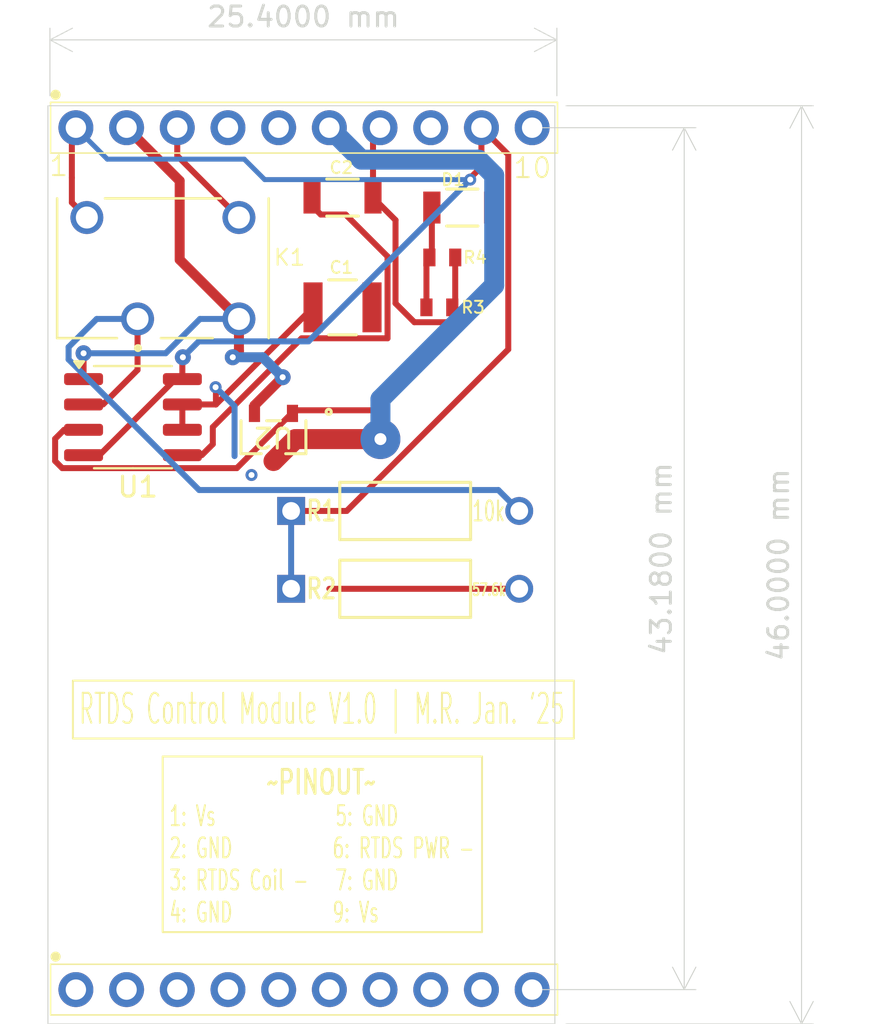
<source format=kicad_pcb>
(kicad_pcb (version 20240108) (generator "pcbnew") (generator_version "8.0")
  (layers (0 "F.Cu" signal) (31 "B.Cu" signal) (34 "B.Paste" user) (35 "F.Paste" user) (36 "B.SilkS" user "B.Silkscreen") (37 "F.SilkS" user "F.Silkscreen") (38 "B.Mask" user) (39 "F.Mask" user) (44 "Edge.Cuts" user))
  (net 0 "")
  (net 1 "Net-(U1-CV)")
  (net 2 "/GND")
  (net 3 "Net-(U1-TR)")
  (net 4 "/Vs")
  (net 5 "Net-(U1-DIS)")
  (net 6 "Net-(D1-K)")
  (net 7 "Net-(D1-A)")
  (net 10 "Net-(J1-Pad3)")
  (net 11 "Net-(U2-D)")
  (footprint "1k Resistor:STA_RMCF0603_STP-L" (layer "F.Cu") (at 69.16 31.9)
    (property "Reference" "R4" (at 1.64 0 0) (layer "F.SilkS") (effects (font (size 0.6 0.6) (thickness 0.1) (bold yes))))
    (property "Value" "1k")
    (pad "1" smd rect (at -0.6477 0) (size 0.6096 0.889) (layers "F.Cu" "F.Paste" "F.Mask") (net 6 "Net-(D1-K)"))
    (pad "2" smd rect (at 0.6477 0) (size 0.6096 0.889) (layers "F.Cu" "F.Paste" "F.Mask") (net 2 "/GND"))
  )
  (footprint "IRLML2060TRPBF:SOT23_INF" (layer "F.Cu") (at 60.7 40.9062 180)
    (property "Reference" "U2" (at 0 0 180) (layer "F.SilkS"))
    (property "Value" "IRLML2060TRPBF")
    (fp_line (start 1.6256 0.8255) (end 1.6256 -0.8255) (stroke (width 0.1524)) (layer "F.SilkS"))
    (fp_line (start 1.6256 -0.8255) (end 0.61214 -0.8255) (stroke (width 0.1524)) (layer "F.SilkS"))
    (fp_line (start -0.34036 0.8255) (end 0.34036 0.8255) (stroke (width 0.1524)) (layer "F.SilkS"))
    (fp_line (start -0.61214 -0.8255) (end -1.6256 -0.8255) (stroke (width 0.1524)) (layer "F.SilkS"))
    (fp_line (start -1.6256 -0.8255) (end -1.6256 0.8255) (stroke (width 0.1524)) (layer "F.SilkS"))
    (fp_circle (center -2.7686 1.27) (end -2.6416 1.27) (stroke (width 0.1524)) (fill none) (layer "F.SilkS"))
    (pad "1" smd rect (at -0.9525 1.1938 180) (size 0.5588 0.8636) (layers "F.Cu" "F.Paste" "F.Mask") (net 7 "Net-(D1-A)"))
    (pad "2" smd rect (at 0.9525 1.1938 180) (size 0.5588 0.8636) (layers "F.Cu" "F.Paste" "F.Mask") (net 2 "/GND"))
    (pad "3" smd rect (at 0 -1.1938 180) (size 0.5588 0.8636) (layers "F.Cu" "F.Paste" "F.Mask") (net 11 "Net-(U2-D)"))
  )
  (footprint "Yellow RTDS LED:LED_AP3216SYD_KNB" (layer "F.Cu") (at 70.16 29.4)
    (property "Reference" "D1" (at -0.46 -1.4 0) (layer "F.SilkS") (effects (font (size 0.6 0.6) (thickness 0.1) (bold yes))))
    (property "Value" "LED (Test)")
    (fp_line (start -0.78465 0.9271) (end 0.78465 0.9271) (stroke (width 0.1524)) (layer "F.SilkS"))
    (fp_line (start 0.78465 -0.9271) (end -0.78465 -0.9271) (stroke (width 0.1524)) (layer "F.SilkS"))
    (pad "1" smd rect (at -1.524 0) (size 0.8636 1.6002) (layers "F.Cu" "F.Paste" "F.Mask") (net 6 "Net-(D1-K)"))
    (pad "2" smd rect (at 1.524 0) (size 0.8636 1.6002) (layers "F.Cu" "F.Paste" "F.Mask") (net 7 "Net-(D1-A)"))
  )
  (footprint "CF14JT10K0:STA_CF14_STP" (layer "F.Cu") (at 61.585 48.5)
    (property "Reference" "R2" (at 1.515 0 0) (layer "F.SilkS") (effects (font (size 1 0.75))))
    (property "Value" "57.6k")
    (fp_line (start 2.4384 -1.4351) (end 2.4384 1.4351) (stroke (width 0.1524)) (layer "F.SilkS"))
    (fp_line (start 2.4384 1.4351) (end 8.9916 1.4351) (stroke (width 0.1524)) (layer "F.SilkS"))
    (fp_line (start 8.9916 -1.4351) (end 2.4384 -1.4351) (stroke (width 0.1524)) (layer "F.SilkS"))
    (fp_line (start 8.9916 1.4351) (end 8.9916 -1.4351) (stroke (width 0.1524)) (layer "F.SilkS"))
    (pad "1" thru_hole rect (at 0 0) (size 1.397 1.397) (drill 0.889) (layers "*.Cu" "*.Mask") (net 4 "/Vs"))
    (pad "2" thru_hole circle (at 11.43 0) (size 1.397 1.397) (drill 0.889) (layers "*.Cu" "*.Mask") (net 5 "Net-(U1-DIS)"))
  )
  (footprint "RTDS Relay:RELAY_G6L-1P_DC5" (layer "F.Cu") (at 55.16 32.44)
    (property "Reference" "K1" (at 6.34 -0.54 0) (layer "F.SilkS") (effects (font (size 0.8 0.8) (thickness 0.1))))
    (property "Value" "G6L-1P_DC5")
    (fp_line (start -5.3 -3.5) (end -5.3 3.5) (stroke (width 0.127)) (layer "F.SilkS"))
    (fp_line (start -5.3 3.5) (end -2.3 3.5) (stroke (width 0.127)) (layer "F.SilkS"))
    (fp_line (start -0.1 3.5) (end 2.5 3.5) (stroke (width 0.127)) (layer "F.SilkS"))
    (fp_line (start 2.9 -3.5) (end -2.9 -3.5) (stroke (width 0.127)) (layer "F.SilkS"))
    (fp_line (start 5.3 3.5) (end 5.3 -3.5) (stroke (width 0.127)) (layer "F.SilkS"))
    (fp_circle (center -1.25 4) (end -1.15 4) (stroke (width 0.2)) (fill none) (layer "F.SilkS"))
    (pad "2" thru_hole circle (at -1.27 2.54) (size 1.65 1.65) (drill 1.1) (layers "*.Cu" "*.Mask") (net 3 "Net-(U1-TR)"))
    (pad "4" thru_hole circle (at 3.81 2.54) (size 1.65 1.65) (drill 1.1) (layers "*.Cu" "*.Mask") (net 2 "/GND"))
    (pad "5" thru_hole circle (at 3.81 -2.54) (size 1.65 1.65) (drill 1.1) (layers "*.Cu" "*.Mask") (net 10 "Net-(J1-Pad3)"))
    (pad "8" thru_hole circle (at -3.81 -2.54) (size 1.65 1.65) (drill 1.1) (layers "*.Cu" "*.Mask") (net 4 "/Vs"))
  )
  (footprint "10 pin output:1X10-2.54MM-THT" (layer "F.Cu") (at 50.8 68.58)
    (property "Reference" "J1" (hide yes))
    (property "Value" "PH1-10-UA")
    (fp_line (start -1.27 -1.27) (end -1.27 1.27) (stroke (width 0.0762)) (layer "F.SilkS"))
    (fp_line (start -1.27 -1.27) (end 24.13 -1.27) (stroke (width 0.0762)) (layer "F.SilkS"))
    (fp_line (start 24.13 -1.27) (end 24.13 1.27) (stroke (width 0.0762)) (layer "F.SilkS"))
    (fp_line (start 24.13 1.27) (end -1.27 1.27) (stroke (width 0.0762)) (layer "F.SilkS"))
    (fp_circle (center -1.016 -1.651) (end -0.762 -1.651) (fill solid) (layer "F.SilkS"))
    (pad "1" thru_hole circle (at 0 0) (size 1.75 1.75) (drill 1.02) (layers "*.Cu" "*.Mask"))
    (pad "2" thru_hole circle (at 2.54 0) (size 1.75 1.75) (drill 1.02) (layers "*.Cu" "*.Mask"))
    (pad "3" thru_hole circle (at 5.08 0) (size 1.75 1.75) (drill 1.02) (layers "*.Cu" "*.Mask"))
    (pad "4" thru_hole circle (at 7.62 0) (size 1.75 1.75) (drill 1.02) (layers "*.Cu" "*.Mask"))
    (pad "5" thru_hole circle (at 10.16 0) (size 1.75 1.75) (drill 1.02) (layers "*.Cu" "*.Mask"))
    (pad "6" thru_hole circle (at 12.7 0) (size 1.75 1.75) (drill 1.02) (layers "*.Cu" "*.Mask"))
    (pad "7" thru_hole circle (at 15.24 0) (size 1.75 1.75) (drill 1.02) (layers "*.Cu" "*.Mask"))
    (pad "8" thru_hole circle (at 17.78 0) (size 1.75 1.75) (drill 1.02) (layers "*.Cu" "*.Mask"))
    (pad "9" thru_hole circle (at 20.32 0) (size 1.75 1.75) (drill 1.02) (layers "*.Cu" "*.Mask"))
    (pad "10" thru_hole circle (at 22.86 0) (size 1.75 1.75) (drill 1.02) (layers "*.Cu" "*.Mask"))
  )
  (footprint "Capacitor 47u:CAP_CL32_SAM" (layer "F.Cu") (at 64.16 34.4)
    (property "Reference" "C1" (at -0.06 -2 0) (layer "F.SilkS") (effects (font (size 0.6 0.6) (thickness 0.1) (bold yes))))
    (property "Value" "47u")
    (fp_line (start -0.692451 1.377) (end 0.692451 1.377) (stroke (width 0.1524)) (layer "F.SilkS"))
    (fp_line (start 0.692451 -1.377) (end -0.692451 -1.377) (stroke (width 0.1524)) (layer "F.SilkS"))
    (pad "1" smd rect (at -1.477801 0) (size 0.9556 2.5) (layers "F.Cu" "F.Paste" "F.Mask") (net 5 "Net-(U1-DIS)"))
    (pad "2" smd rect (at 1.477801 0) (size 0.9556 2.5) (layers "F.Cu" "F.Paste" "F.Mask") (net 2 "/GND"))
  )
  (footprint "CF14JT10K0:STA_CF14_STP" (layer "F.Cu") (at 61.585 44.6)
    (property "Reference" "R1" (at 1.515 0 0) (layer "F.SilkS") (effects (font (size 1 0.75))))
    (property "Value" "10k")
    (fp_line (start 2.4384 -1.4351) (end 2.4384 1.4351) (stroke (width 0.1524)) (layer "F.SilkS"))
    (fp_line (start 2.4384 1.4351) (end 8.9916 1.4351) (stroke (width 0.1524)) (layer "F.SilkS"))
    (fp_line (start 8.9916 -1.4351) (end 2.4384 -1.4351) (stroke (width 0.1524)) (layer "F.SilkS"))
    (fp_line (start 8.9916 1.4351) (end 8.9916 -1.4351) (stroke (width 0.1524)) (layer "F.SilkS"))
    (pad "1" thru_hole rect (at 0 0) (size 1.397 1.397) (drill 0.889) (layers "*.Cu" "*.Mask") (net 4 "/Vs"))
    (pad "2" thru_hole circle (at 11.43 0) (size 1.397 1.397) (drill 0.889) (layers "*.Cu" "*.Mask") (net 3 "Net-(U1-TR)"))
  )
  (footprint "Package_SO:SOIC-8_3.9x4.9mm_P1.27mm" (layer "F.Cu") (at 53.66 39.9)
    (property "Reference" "U1" (at 0.24 3.5 0) (layer "F.SilkS"))
    (property "Value" "NE555D")
    (fp_line (start 0 -2.56) (end -1.95 -2.56) (stroke (width 0.12)) (layer "F.SilkS"))
    (fp_line (start 0 -2.56) (end 1.95 -2.56) (stroke (width 0.12)) (layer "F.SilkS"))
    (fp_line (start 0 2.56) (end -1.95 2.56) (stroke (width 0.12)) (layer "F.SilkS"))
    (fp_line (start 0 2.56) (end 1.95 2.56) (stroke (width 0.12)) (layer "F.SilkS"))
    (fp_poly (pts (xy -2.7 -2.465) (xy -2.94 -2.795) (xy -2.46 -2.795) (xy -2.7 -2.465)) (stroke (width 0.12)) (fill solid) (layer "F.SilkS"))
    (pad "1" smd roundrect (at -2.475 -1.905) (size 1.95 0.6) (layers "F.Cu" "F.Paste" "F.Mask") (net 2 "/GND"))
    (pad "2" smd roundrect (at -2.475 -0.635) (size 1.95 0.6) (layers "F.Cu" "F.Paste" "F.Mask") (net 3 "Net-(U1-TR)"))
    (pad "3" smd roundrect (at -2.475 0.635) (size 1.95 0.6) (layers "F.Cu" "F.Paste" "F.Mask") (net 7 "Net-(D1-A)"))
    (pad "4" smd roundrect (at -2.475 1.905) (size 1.95 0.6) (layers "F.Cu" "F.Paste" "F.Mask") (net 4 "/Vs"))
    (pad "5" smd roundrect (at 2.475 1.905) (size 1.95 0.6) (layers "F.Cu" "F.Paste" "F.Mask") (net 1 "Net-(U1-CV)"))
    (pad "6" smd roundrect (at 2.475 0.635) (size 1.95 0.6) (layers "F.Cu" "F.Paste" "F.Mask") (net 5 "Net-(U1-DIS)"))
    (pad "7" smd roundrect (at 2.475 -0.635) (size 1.95 0.6) (layers "F.Cu" "F.Paste" "F.Mask") (net 5 "Net-(U1-DIS)"))
    (pad "8" smd roundrect (at 2.475 -1.905) (size 1.95 0.6) (layers "F.Cu" "F.Paste" "F.Mask") (net 4 "/Vs"))
  )
  (footprint "Capacitor 0.1u:CAP_CL31_SAM" (layer "F.Cu") (at 64.16 28.9)
    (property "Reference" "C2" (at -0.06 -1.5 0) (layer "F.SilkS") (effects (font (size 0.6 0.6) (thickness 0.1) (bold yes))))
    (property "Value" "0.1u")
    (fp_line (start -0.792451 0.927) (end 0.792451 0.927) (stroke (width 0.1524)) (layer "F.SilkS"))
    (fp_line (start 0.792451 -0.927) (end -0.792451 -0.927) (stroke (width 0.1524)) (layer "F.SilkS"))
    (pad "1" smd rect (at -1.527801 0) (size 0.8556 1.6) (layers "F.Cu" "F.Paste" "F.Mask") (net 1 "Net-(U1-CV)"))
    (pad "2" smd rect (at 1.527801 0) (size 0.8556 1.6) (layers "F.Cu" "F.Paste" "F.Mask") (net 2 "/GND"))
  )
  (footprint "1k Resistor:STA_RMCF0603_STP-L" (layer "F.Cu") (at 69.0123 34.4)
    (property "Reference" "R3" (at 1.6877 0 0) (layer "F.SilkS") (effects (font (size 0.6 0.6) (thickness 0.1) (bold yes))))
    (property "Value" "1k")
    (pad "1" smd rect (at -0.6477 0) (size 0.6096 0.889) (layers "F.Cu" "F.Paste" "F.Mask") (net 6 "Net-(D1-K)"))
    (pad "2" smd rect (at 0.6477 0) (size 0.6096 0.889) (layers "F.Cu" "F.Paste" "F.Mask") (net 2 "/GND"))
  )
  (footprint "10 pin output:1X10-2.54MM-THT" (layer "F.Cu") (at 50.8 25.4)
    (property "Reference" "J1" (hide yes))
    (property "Value" "PH1-10-UA")
    (fp_line (start -1.27 -1.27) (end -1.27 1.27) (stroke (width 0.0762)) (layer "F.SilkS"))
    (fp_line (start -1.27 -1.27) (end 24.13 -1.27) (stroke (width 0.0762)) (layer "F.SilkS"))
    (fp_line (start 24.13 -1.27) (end 24.13 1.27) (stroke (width 0.0762)) (layer "F.SilkS"))
    (fp_line (start 24.13 1.27) (end -1.27 1.27) (stroke (width 0.0762)) (layer "F.SilkS"))
    (fp_circle (center -1.016 -1.651) (end -0.762 -1.651) (fill solid) (layer "F.SilkS"))
    (pad "1" thru_hole circle (at 0 0) (size 1.75 1.75) (drill 1.02) (layers "*.Cu" "*.Mask") (net 4 "/Vs"))
    (pad "2" thru_hole circle (at 2.54 0) (size 1.75 1.75) (drill 1.02) (layers "*.Cu" "*.Mask") (net 2 "/GND"))
    (pad "3" thru_hole circle (at 5.08 0) (size 1.75 1.75) (drill 1.02) (layers "*.Cu" "*.Mask") (net 10 "Net-(J1-Pad3)"))
    (pad "4" thru_hole circle (at 7.62 0) (size 1.75 1.75) (drill 1.02) (layers "*.Cu" "*.Mask") (net 2 "/GND"))
    (pad "5" thru_hole circle (at 10.16 0) (size 1.75 1.75) (drill 1.02) (layers "*.Cu" "*.Mask") (net 2 "/GND"))
    (pad "6" thru_hole circle (at 12.7 0) (size 1.75 1.75) (drill 1.02) (layers "*.Cu" "*.Mask") (net 11 "Net-(U2-D)"))
    (pad "7" thru_hole circle (at 15.24 0) (size 1.75 1.75) (drill 1.02) (layers "*.Cu" "*.Mask") (net 2 "/GND"))
    (pad "8" thru_hole circle (at 17.78 0) (size 1.75 1.75) (drill 1.02) (layers "*.Cu" "*.Mask"))
    (pad "9" thru_hole circle (at 20.32 0) (size 1.75 1.75) (drill 1.02) (layers "*.Cu" "*.Mask") (net 4 "/Vs"))
    (pad "10" thru_hole circle (at 22.86 0) (size 1.75 1.75) (drill 1.02) (layers "*.Cu" "*.Mask"))
  )
  (gr_rect (start 50.65 53.1) (end 75.75 56) (stroke (width 0.1)) (fill none) (layer "F.SilkS"))
  (gr_rect (start 55.15 56.9) (end 71.15 65.7) (stroke (width 0.1)) (fill none) (layer "F.SilkS"))
  (gr_rect (start 49.4 24.3) (end 74.8 70.3) (stroke (width 0.05)) (fill none) (layer "Edge.Cuts"))
  (gr_text "10" (at 72.657619 28 0) (layer "F.SilkS") (effects (font (size 1 1) (thickness 0.1)) (justify left bottom)))
  (gr_text "1: Vs 	        5: GND\n2: GND           6: RTDS PWR -\n3: RTDS Coil -   7: GND\n4: GND           9: Vs" (at 55.431428 65.3 0) (layer "F.SilkS") (effects (font (size 1 0.6) (thickness 0.1)) (justify left bottom)))
  (gr_text "57.6k\n" (at 70.6 48.9 0) (layer "F.SilkS") (effects (font (size 0.6 0.4) (thickness 0.1)) (justify left bottom)))
  (gr_text "~PINOUT~" (at 60.281191 58.9 0) (layer "F.SilkS") (effects (font (size 1.2 0.8) (thickness 0.15) (bold yes)) (justify left bottom)))
  (gr_text "1" (at 49.4 27.9 0) (layer "F.SilkS") (effects (font (size 1 1) (thickness 0.1)) (justify left bottom)))
  (gr_text "RTDS Control Module V1.0 | M.R. Jan. '25" (at 50.9 55.4 0) (layer "F.SilkS") (effects (font (size 1.5 0.75) (thickness 0.1)) (justify left bottom)))
  (gr_text "10k\n" (at 70.6 45.2 0) (layer "F.SilkS") (effects (font (size 1 0.6) (thickness 0.1)) (justify left bottom)))
  (dimension (type aligned) (layer "Edge.Cuts") (pts (xy 73.66 68.58) (xy 73.66 25.4)) (height 7.62) (gr_text "43.1800 mm" (at 80.13 46.99 90) (layer "Edge.Cuts") (effects (font (size 1 1) (thickness 0.15)))) (format (prefix "") (suffix "") (units 3) (units_format 1) (precision 4)) (style (thickness 0.05) (arrow_length 1.27) (text_position_mode 0) (extension_height 0.58642) (extension_offset 0.5) keep_text_aligned))
  (dimension (type aligned) (layer "Edge.Cuts") (pts (xy 74.86 24.3) (xy 74.86 70.3)) (height -12.3) (gr_text "46.0000 mm" (at 86.01 47.3 90) (layer "Edge.Cuts") (effects (font (size 1 1) (thickness 0.15)))) (format (prefix "") (suffix "") (units 3) (units_format 1) (precision 4)) (style (thickness 0.05) (arrow_length 1.27) (text_position_mode 0) (extension_height 0.58642) (extension_offset 0.5) keep_text_aligned))
  (dimension (type aligned) (layer "Edge.Cuts") (pts (xy 74.9 24.3) (xy 49.5 24.3)) (height 3.299999) (gr_text "25.4000 mm" (at 62.2 19.850001 0) (layer "Edge.Cuts") (effects (font (size 1 1) (thickness 0.15)))) (format (prefix "") (suffix "") (units 3) (units_format 1) (precision 4)) (style (thickness 0.05) (arrow_length 1.27) (text_position_mode 0) (extension_height 0.58642) (extension_offset 0.5) keep_text_aligned))
  (via (at 59.6 42.8) (size 0.6) (drill 0.3) (layers "F.Cu" "B.Cu") (net 0))
  (segment (start 63.069377 29.7492) (end 64.3138 29.7492) (width 0.3) (layer "F.Cu") (net 1))
  (segment (start 62.632199 28.9) (end 62.632199 29.312022) (width 0.2) (layer "F.Cu") (net 1))
  (segment (start 62.11 35.95) (end 57.66 40.4) (width 0.3) (layer "F.Cu") (net 1))
  (segment (start 66.415601 35.95) (end 62.11 35.95) (width 0.3) (layer "F.Cu") (net 1))
  (segment (start 66.415601 31.851001) (end 66.415601 35.95) (width 0.3) (layer "F.Cu") (net 1))
  (segment (start 57.66 40.4) (end 57.66 41.254999) (width 0.3) (layer "F.Cu") (net 1))
  (segment (start 57.66 41.254999) (end 57.109999 41.805) (width 0.3) (layer "F.Cu") (net 1))
  (segment (start 64.3138 29.7492) (end 66.415601 31.851001) (width 0.3) (layer "F.Cu") (net 1))
  (segment (start 62.632199 29.312022) (end 63.069377 29.7492) (width 0.3) (layer "F.Cu") (net 1))
  (segment (start 57.109999 41.805) (end 56.135 41.805) (width 0.2) (layer "F.Cu") (net 1))
  (segment (start 66.815601 34.200301) (end 67.7598 35.1445) (width 0.3) (layer "F.Cu") (net 2))
  (segment (start 69.8077 31.9) (end 69.8077 34.2523) (width 0.3) (layer "F.Cu") (net 2))
  (segment (start 65.687801 25.752199) (end 66.04 25.4) (width 0.2) (layer "F.Cu") (net 2))
  (segment (start 66.815601 30.0278) (end 66.815601 34.200301) (width 0.3) (layer "F.Cu") (net 2))
  (segment (start 65.687801 28.9) (end 65.687801 25.752199) (width 0.3) (layer "F.Cu") (net 2))
  (segment (start 69.56 35.1445) (end 69.66 35.0445) (width 0.3) (layer "F.Cu") (net 2))
  (segment (start 65.687801 28.9) (end 66.815601 30.0278) (width 0.3) (layer "F.Cu") (net 2))
  (segment (start 65.637801 34.4) (end 65.637801 33.587978) (width 0.2) (layer "F.Cu") (net 2))
  (segment (start 59.7475 39.3125) (end 61.16 37.9) (width 0.5) (layer "F.Cu") (net 2))
  (segment (start 56 28.06) (end 53.34 25.4) (width 0.5) (layer "F.Cu") (net 2))
  (segment (start 51.185 37.995) (end 51.185 36.7) (width 0.3) (layer "F.Cu") (net 2))
  (segment (start 69.66 35.0445) (end 69.66 34.4) (width 0.3) (layer "F.Cu") (net 2))
  (segment (start 59.7475 39.7124) (end 59.7475 39.3125) (width 0.5) (layer "F.Cu") (net 2))
  (segment (start 58.97 34.98) (end 58.97 36.59) (width 0.5) (layer "F.Cu") (net 2))
  (segment (start 69.8077 34.2523) (end 69.66 34.4) (width 0.2) (layer "F.Cu") (net 2))
  (segment (start 67.7598 35.1445) (end 69.56 35.1445) (width 0.3) (layer "F.Cu") (net 2))
  (segment (start 58.97 36.59) (end 58.66 36.9) (width 0.5) (layer "F.Cu") (net 2))
  (segment (start 58.97 34.98) (end 56 32.01) (width 0.5) (layer "F.Cu") (net 2))
  (segment (start 56 32.01) (end 56 28.06) (width 0.5) (layer "F.Cu") (net 2))
  (via (at 61.16 37.9) (size 0.8) (drill 0.3) (layers "F.Cu" "B.Cu") (net 2))
  (via (at 58.66 36.9) (size 0.8) (drill 0.3) (layers "F.Cu" "B.Cu") (net 2))
  (via (at 51.185 36.7) (size 0.8) (drill 0.3) (layers "F.Cu" "B.Cu") (net 2))
  (segment (start 60.16 36.9) (end 61.16 37.9) (width 0.5) (layer "B.Cu") (net 2))
  (segment (start 57.019339 34.98) (end 58.97 34.98) (width 0.3) (layer "B.Cu") (net 2))
  (segment (start 51.185 36.7) (end 55.299339 36.7) (width 0.3) (layer "B.Cu") (net 2))
  (segment (start 58.66 36.9) (end 60.16 36.9) (width 0.5) (layer "B.Cu") (net 2))
  (segment (start 55.299339 36.7) (end 57.019339 34.98) (width 0.3) (layer "B.Cu") (net 2))
  (segment (start 52.159999 39.265) (end 51.185 39.265) (width 0.2) (layer "F.Cu") (net 3))
  (segment (start 53.89 34.98) (end 53.89 37.534999) (width 0.3) (layer "F.Cu") (net 3))
  (segment (start 53.89 37.534999) (end 52.159999 39.265) (width 0.3) (layer "F.Cu") (net 3))
  (segment (start 71.9665 43.5515) (end 56.975839 43.5515) (width 0.3) (layer "B.Cu") (net 3))
  (segment (start 56.975839 43.5515) (end 50.435 37.010661) (width 0.3) (layer "B.Cu") (net 3))
  (segment (start 73.015 44.6) (end 71.9665 43.5515) (width 0.3) (layer "B.Cu") (net 3))
  (segment (start 51.844339 34.98) (end 53.89 34.98) (width 0.3) (layer "B.Cu") (net 3))
  (segment (start 50.435 37.010661) (end 50.435 36.389339) (width 0.3) (layer "B.Cu") (net 3))
  (segment (start 50.435 36.389339) (end 51.844339 34.98) (width 0.3) (layer "B.Cu") (net 3))
  (segment (start 51.185 41.805) (end 51.979448 41.805) (width 0.2) (layer "F.Cu") (net 4))
  (segment (start 56.135 36.925) (end 56.16 36.9) (width 0.2) (layer "F.Cu") (net 4))
  (segment (start 55.789448 37.995) (end 56.135 37.995) (width 0.2) (layer "F.Cu") (net 4))
  (segment (start 70.56 27.92) (end 70.56 28) (width 0.2) (layer "F.Cu") (net 4))
  (segment (start 50.598 25.602) (end 50.8 25.4) (width 0.2) (layer "F.Cu") (net 4))
  (segment (start 56.135 37.995) (end 56.135 36.925) (width 0.3) (layer "F.Cu") (net 4))
  (segment (start 71.12 25.4) (end 71.12 27.36) (width 0.3) (layer "F.Cu") (net 4))
  (segment (start 64.369189 44.6) (end 72.4658 36.503389) (width 0.3) (layer "F.Cu") (net 4))
  (segment (start 72.4658 26.7458) (end 71.12 25.4) (width 0.3) (layer "F.Cu") (net 4))
  (segment (start 50.598 29.148) (end 51.35 29.9) (width 0.3) (layer "F.Cu") (net 4))
  (segment (start 50.598 27.9) (end 50.598 25.602) (width 0.3) (layer "F.Cu") (net 4))
  (segment (start 61.585 44.6) (end 64.369189 44.6) (width 0.3) (layer "F.Cu") (net 4))
  (segment (start 51.979448 41.805) (end 55.789448 37.995) (width 0.3) (layer "F.Cu") (net 4))
  (segment (start 72.4658 36.503389) (end 72.4658 26.7458) (width 0.3) (layer "F.Cu") (net 4))
  (segment (start 71.12 27.36) (end 70.56 27.92) (width 0.3) (layer "F.Cu") (net 4))
  (segment (start 50.598 27.9) (end 50.598 29.148) (width 0.3) (layer "F.Cu") (net 4))
  (via (at 70.56 28) (size 0.6) (drill 0.3) (layers "F.Cu" "B.Cu") (net 4))
  (via (at 56.16 36.9) (size 0.8) (drill 0.3) (layers "F.Cu" "B.Cu") (net 4))
  (segment (start 56.955 36.105) (end 56.16 36.9) (width 0.3) (layer "B.Cu") (net 4))
  (segment (start 70.56 28) (end 60.26 28) (width 0.25) (layer "B.Cu") (net 4))
  (segment (start 52.375 26.975) (end 50.8 25.4) (width 0.25) (layer "B.Cu") (net 4))
  (segment (start 60.26 28) (end 59.235 26.975) (width 0.25) (layer "B.Cu") (net 4))
  (segment (start 61.585 48.5) (end 61.585 44.6) (width 0.3) (layer "B.Cu") (net 4))
  (segment (start 62.455 36.105) (end 56.955 36.105) (width 0.3) (layer "B.Cu") (net 4))
  (segment (start 70.56 28) (end 62.455 36.105) (width 0.3) (layer "B.Cu") (net 4))
  (segment (start 59.235 26.975) (end 52.375 26.975) (width 0.25) (layer "B.Cu") (net 4))
  (segment (start 56.135 39.265) (end 56.135 40.535) (width 0.3) (layer "F.Cu") (net 5))
  (segment (start 57.817199 39.265) (end 57.817199 38.417199) (width 0.3) (layer "F.Cu") (net 5))
  (segment (start 73.015 48.5) (end 63.5 48.5) (width 0.3) (layer "F.Cu") (net 5))
  (segment (start 57.817199 38.417199) (end 57.8 38.4) (width 0.3) (layer "F.Cu") (net 5))
  (segment (start 62.682199 34.4) (end 57.817199 39.265) (width 0.3) (layer "F.Cu") (net 5))
  (segment (start 57.817199 39.265) (end 56.135 39.265) (width 0.3) (layer "F.Cu") (net 5))
  (via (at 57.8 38.4) (size 0.6) (drill 0.3) (layers "F.Cu" "B.Cu") (net 5))
  (segment (start 57.8 38.4) (end 58.75 39.35) (width 0.3) (layer "B.Cu") (net 5))
  (segment (start 58.75 39.35) (end 58.75 41.85) (width 0.3) (layer "B.Cu") (net 5))
  (segment (start 68.5123 31.9) (end 68.5123 32.0477) (width 0.2) (layer "F.Cu") (net 6))
  (segment (start 68.5123 32.0477) (end 68.3646 32.1954) (width 0.2) (layer "F.Cu") (net 6))
  (segment (start 68.636 29.4) (end 68.636 31.7763) (width 0.3) (layer "F.Cu") (net 6))
  (segment (start 68.636 31.7763) (end 68.5123 31.9) (width 0.2) (layer "F.Cu") (net 6))
  (segment (start 68.3646 32.1954) (end 68.3646 34.4) (width 0.3) (layer "F.Cu") (net 6))
  (segment (start 68.5123 29.0477) (end 68.66 28.9) (width 0.2) (layer "F.Cu") (net 6))
  (segment (start 50.210001 40.535) (end 49.760001 40.985) (width 0.3) (layer "F.Cu") (net 7))
  (segment (start 49.760001 42.100001) (end 50.115 42.455) (width 0.3) (layer "F.Cu") (net 7))
  (segment (start 71.684 33.727607) (end 65.8538 39.557807) (width 0.3) (layer "F.Cu") (net 7))
  (segment (start 61.6125 39.7062) (end 61.760893 39.557807) (width 0.3) (layer "F.Cu") (net 7))
  (segment (start 50.115 42.455) (end 58.8637 42.455) (width 0.3) (layer "F.Cu") (net 7))
  (segment (start 71.684 29.4) (end 71.684 33.727607) (width 0.3) (layer "F.Cu") (net 7))
  (segment (start 61.760893 39.557807) (end 65.8538 39.557807) (width 0.3) (layer "F.Cu") (net 7))
  (segment (start 49.760001 40.985) (end 49.760001 42.100001) (width 0.3) (layer "F.Cu") (net 7))
  (segment (start 58.8637 42.455) (end 61.6125 39.7062) (width 0.3) (layer "F.Cu") (net 7))
  (segment (start 51.185 40.535) (end 50.210001 40.535) (width 0.3) (layer "F.Cu") (net 7))
  (segment (start 55.88 26.81) (end 58.97 29.9) (width 0.3) (layer "F.Cu") (net 10))
  (segment (start 55.88 25.4) (end 55.88 26.81) (width 0.3) (layer "F.Cu") (net 10))
  (segment (start 61.8 41) (end 60.7 42.1) (width 1) (layer "F.Cu") (net 11))
  (segment (start 66.06 41) (end 61.8 41) (width 1) (layer "F.Cu") (net 11))
  (via (at 66.06 41) (size 2) (drill 0.6) (layers "F.Cu" "B.Cu") (net 11))
  (segment (start 71.76 33.3) (end 66.06 39) (width 1) (layer "B.Cu") (net 11))
  (segment (start 65.1 27) (end 70.974214 27) (width 1) (layer "B.Cu") (net 11))
  (segment (start 65.1 27) (end 63.5 25.4) (width 1) (layer "B.Cu") (net 11))
  (segment (start 66.06 39) (end 66.06 41) (width 1) (layer "B.Cu") (net 11))
  (segment (start 71.76 27.785786) (end 71.76 33.3) (width 1) (layer "B.Cu") (net 11))
  (segment (start 70.974214 27) (end 71.76 27.785786) (width 1) (layer "B.Cu") (net 11))
)
</source>
